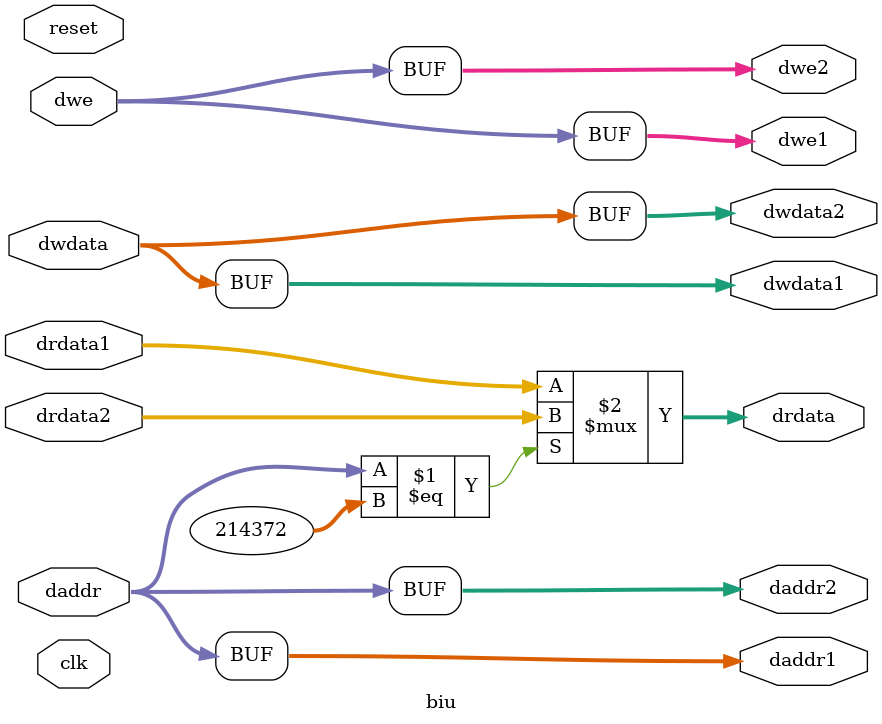
<source format=v>
`timescale 1ns/1ps
module biu (
    input clk,
    input reset,
    input [31:0] daddr,
    input [31:0] dwdata,
    input [3:0] dwe,
    output [31:0] drdata,

    // Signals going to/from dmem
    output [31:0] daddr1,
    output [31:0] dwdata1,
    output [3:0]  dwe1,
    input  [31:0] drdata1,

    // Signals going to/from peripheral
    output [31:0] daddr2,
    output [31:0] dwdata2,
    output [3:0]  dwe2,
    input  [31:0] drdata2
);

    // Modify below so that depending on the actual daddr range the BIU decides whether 
    // the response was from DMEM or peripheral - maybe a MUX?
    assign drdata = (daddr==32'h00034564)?drdata2:drdata1; //read address of peripheral is 0x34564

    // Send values to DMEM or peripheral (or both if it does not matter)
    // as required
    //we can send values to both peripheral and DMEM since both addr do not overlap
    assign daddr1 = daddr;
    assign dwdata1 = dwdata;
    assign dwe1 = dwe;

    assign daddr2 = daddr;
    assign dwdata2 = dwdata;
    assign dwe2 = dwe;

endmodule
</source>
